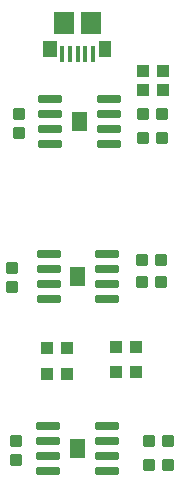
<source format=gbr>
%TF.GenerationSoftware,Altium Limited,Altium Designer,20.0.13 (296)*%
G04 Layer_Color=8421504*
%FSLAX45Y45*%
%MOMM*%
%TF.FileFunction,Paste,Top*%
%TF.Part,Single*%
G01*
G75*
%TA.AperFunction,SMDPad,CuDef*%
%ADD10R,1.10000X1.00000*%
%TA.AperFunction,ConnectorPad*%
%ADD11R,1.15000X1.45000*%
%ADD12R,1.10000X1.45000*%
%ADD13R,1.75000X1.90000*%
%ADD14R,0.30000X1.40000*%
%ADD15R,0.40000X1.40000*%
%ADD16R,0.30600X1.40000*%
%TA.AperFunction,SMDPad,CuDef*%
G04:AMPARAMS|DCode=18|XSize=1.97mm|YSize=0.6mm|CornerRadius=0.075mm|HoleSize=0mm|Usage=FLASHONLY|Rotation=0.000|XOffset=0mm|YOffset=0mm|HoleType=Round|Shape=RoundedRectangle|*
%AMROUNDEDRECTD18*
21,1,1.97000,0.45000,0,0,0.0*
21,1,1.82000,0.60000,0,0,0.0*
1,1,0.15000,0.91000,-0.22500*
1,1,0.15000,-0.91000,-0.22500*
1,1,0.15000,-0.91000,0.22500*
1,1,0.15000,0.91000,0.22500*
%
%ADD18ROUNDEDRECTD18*%
G04:AMPARAMS|DCode=19|XSize=0.94mm|YSize=1.02mm|CornerRadius=0.094mm|HoleSize=0mm|Usage=FLASHONLY|Rotation=0.000|XOffset=0mm|YOffset=0mm|HoleType=Round|Shape=RoundedRectangle|*
%AMROUNDEDRECTD19*
21,1,0.94000,0.83200,0,0,0.0*
21,1,0.75200,1.02000,0,0,0.0*
1,1,0.18800,0.37600,-0.41600*
1,1,0.18800,-0.37600,-0.41600*
1,1,0.18800,-0.37600,0.41600*
1,1,0.18800,0.37600,0.41600*
%
%ADD19ROUNDEDRECTD19*%
G04:AMPARAMS|DCode=20|XSize=0.94mm|YSize=1.02mm|CornerRadius=0.094mm|HoleSize=0mm|Usage=FLASHONLY|Rotation=90.000|XOffset=0mm|YOffset=0mm|HoleType=Round|Shape=RoundedRectangle|*
%AMROUNDEDRECTD20*
21,1,0.94000,0.83200,0,0,90.0*
21,1,0.75200,1.02000,0,0,90.0*
1,1,0.18800,0.41600,0.37600*
1,1,0.18800,0.41600,-0.37600*
1,1,0.18800,-0.41600,-0.37600*
1,1,0.18800,-0.41600,0.37600*
%
%ADD20ROUNDEDRECTD20*%
G36*
X14629005Y8858953D02*
X14500005D01*
Y9022954D01*
X14629005D01*
Y8858953D01*
D02*
G37*
G36*
X14631400Y10319300D02*
X14502400D01*
Y10483300D01*
X14631400D01*
Y10319300D01*
D02*
G37*
G36*
X14644099Y11627400D02*
X14515100D01*
Y11791400D01*
X14644099D01*
Y11627400D01*
D02*
G37*
D10*
X15286899Y11976100D02*
D03*
X15116901D02*
D03*
X15286899Y12141200D02*
D03*
X15116901D02*
D03*
X15058299Y9804400D02*
D03*
X14888301D02*
D03*
X15058299Y9588500D02*
D03*
X14888301D02*
D03*
X14474100Y9791700D02*
D03*
X14304102D02*
D03*
X14474100Y9575800D02*
D03*
X14304102D02*
D03*
D11*
X14334901Y12322901D02*
D03*
D12*
X14798898D02*
D03*
D13*
X14454398Y12545898D02*
D03*
X14679402D02*
D03*
D14*
X14436897Y12280900D02*
D03*
X14501901D02*
D03*
D15*
X14566901D02*
D03*
X14696902D02*
D03*
D16*
X14631898D02*
D03*
D18*
X14827098Y11899900D02*
D03*
Y11772900D02*
D03*
Y11645900D02*
D03*
Y11518900D02*
D03*
X14332101D02*
D03*
Y11645900D02*
D03*
Y11772900D02*
D03*
Y11899900D02*
D03*
X14812003Y9131453D02*
D03*
Y9004453D02*
D03*
Y8877453D02*
D03*
Y8750453D02*
D03*
X14317007D02*
D03*
Y8877453D02*
D03*
Y9004453D02*
D03*
Y9131453D02*
D03*
X14814398Y10591800D02*
D03*
Y10464800D02*
D03*
Y10337800D02*
D03*
Y10210800D02*
D03*
X14319402D02*
D03*
Y10337800D02*
D03*
Y10464800D02*
D03*
Y10591800D02*
D03*
D19*
X15122900Y11772900D02*
D03*
X15280899D02*
D03*
X15122900Y11569700D02*
D03*
X15280899D02*
D03*
X15173701Y9004300D02*
D03*
X15331699D02*
D03*
X15173701Y8801100D02*
D03*
X15331699D02*
D03*
X15110201Y10350500D02*
D03*
X15268199D02*
D03*
X15110201Y10541000D02*
D03*
X15268199D02*
D03*
D20*
X14071600Y11617701D02*
D03*
Y11775699D02*
D03*
X14046201Y8849101D02*
D03*
Y9007099D02*
D03*
X14008099Y10309601D02*
D03*
Y10467599D02*
D03*
%TF.MD5,353f22e137e6eec0263a05ee7bba8639*%
M02*

</source>
